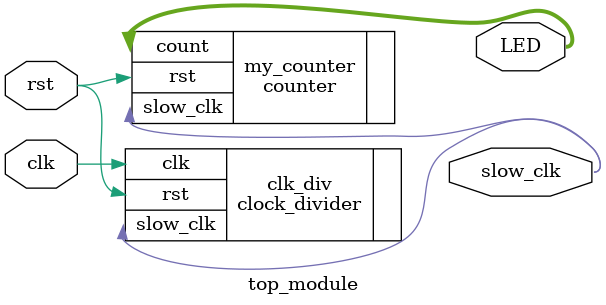
<source format=v>
`timescale 1ns / 1ps
module top_module (
    input clk,       // 100 MHz clock from Basys3
    input rst,       // Reset button
    output [3:0] LED, // Output counter value to LED
    output slow_clk
);
    //wire slow_clk; // Slow clock signal
    
    // Instantiate clock divider
    clock_divider clk_div (
        .clk(clk),
        .rst(rst),
        .slow_clk(slow_clk)
    );
    
    // Instantiate counter
    counter my_counter (
        .slow_clk(slow_clk),
        .rst(rst),
        .count(LED) // Connect counter output to LEDs
    );
endmodule


</source>
